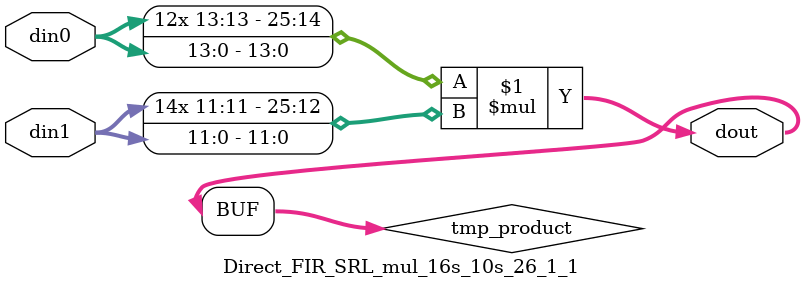
<source format=v>

`timescale 1 ns / 1 ps

 module Direct_FIR_SRL_mul_16s_10s_26_1_1(din0, din1, dout);
parameter ID = 1;
parameter NUM_STAGE = 0;
parameter din0_WIDTH = 14;
parameter din1_WIDTH = 12;
parameter dout_WIDTH = 26;

input [din0_WIDTH - 1 : 0] din0; 
input [din1_WIDTH - 1 : 0] din1; 
output [dout_WIDTH - 1 : 0] dout;

wire signed [dout_WIDTH - 1 : 0] tmp_product;



























assign tmp_product = $signed(din0) * $signed(din1);








assign dout = tmp_product;





















endmodule

</source>
